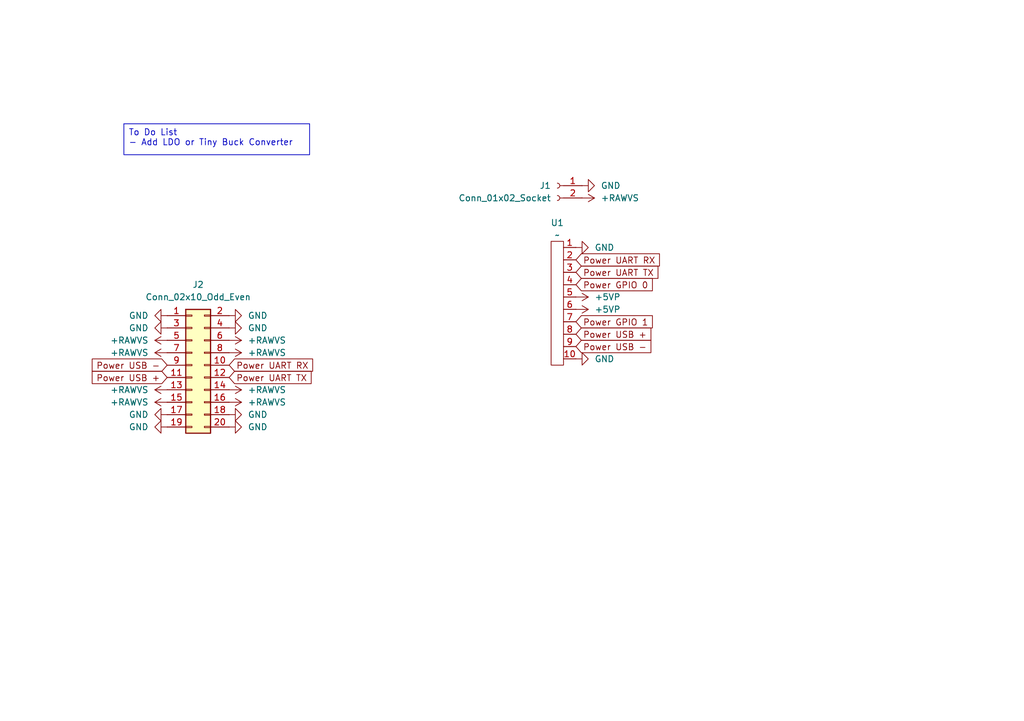
<source format=kicad_sch>
(kicad_sch (version 20250114) (generator "eeschema") (generator_version "9.0")
  (paper "A5")
  (lib_symbols
    (symbol "Connector:Conn_01x02_Socket" (pin_names (offset 1.016) (hide yes))
      (property "Reference" "J" (at 0 2.54 0))
      (property "Value" "Conn_01x02_Socket" (at 0 -5.08 0))
      (symbol "Conn_01x02_Socket_1_1"
        (polyline (pts (xy -1.27 0) (xy -0.508 0)) (stroke (width 0.1524)))
        (polyline (pts (xy -1.27 -2.54) (xy -0.508 -2.54)) (stroke (width 0.1524)))
        (arc (start 0 -0.508) (mid -0.5058 0) (end 0 0.508) (stroke (width 0.1524)))
        (arc (start 0 -3.048) (mid -0.5058 -2.54) (end 0 -2.032) (stroke (width 0.1524)))
        (pin passive line (at -5.08 0 0) (length 3.81) (name "Pin_1") (number "1"))
        (pin passive line (at -5.08 -2.54 0) (length 3.81) (name "Pin_2") (number "2"))
      )
    )
    (symbol "Connector_Generic:Conn_02x10_Odd_Even" (pin_names (offset 1.016) (hide yes))
      (property "Reference" "J" (at 1.27 12.7 0))
      (property "Value" "Conn_02x10_Odd_Even" (at 1.27 -15.24 0))
      (symbol "Conn_02x10_Odd_Even_1_1"
        (rectangle (start -1.27 11.43) (end 3.81 -13.97) (stroke (width 0.254)) (fill (type background)))
        (rectangle (start -1.27 10.287) (end 0 10.033) (stroke (width 0.1524)))
        (rectangle (start -1.27 7.747) (end 0 7.493) (stroke (width 0.1524)))
        (rectangle (start -1.27 5.207) (end 0 4.953) (stroke (width 0.1524)))
        (rectangle (start -1.27 2.667) (end 0 2.413) (stroke (width 0.1524)))
        (rectangle (start -1.27 0.127) (end 0 -0.127) (stroke (width 0.1524)))
        (rectangle (start -1.27 -2.413) (end 0 -2.667) (stroke (width 0.1524)))
        (rectangle (start -1.27 -4.953) (end 0 -5.207) (stroke (width 0.1524)))
        (rectangle (start -1.27 -7.493) (end 0 -7.747) (stroke (width 0.1524)))
        (rectangle (start -1.27 -10.033) (end 0 -10.287) (stroke (width 0.1524)))
        (rectangle (start -1.27 -12.573) (end 0 -12.827) (stroke (width 0.1524)))
        (rectangle (start 3.81 10.287) (end 2.54 10.033) (stroke (width 0.1524)))
        (rectangle (start 3.81 7.747) (end 2.54 7.493) (stroke (width 0.1524)))
        (rectangle (start 3.81 5.207) (end 2.54 4.953) (stroke (width 0.1524)))
        (rectangle (start 3.81 2.667) (end 2.54 2.413) (stroke (width 0.1524)))
        (rectangle (start 3.81 0.127) (end 2.54 -0.127) (stroke (width 0.1524)))
        (rectangle (start 3.81 -2.413) (end 2.54 -2.667) (stroke (width 0.1524)))
        (rectangle (start 3.81 -4.953) (end 2.54 -5.207) (stroke (width 0.1524)))
        (rectangle (start 3.81 -7.493) (end 2.54 -7.747) (stroke (width 0.1524)))
        (rectangle (start 3.81 -10.033) (end 2.54 -10.287) (stroke (width 0.1524)))
        (rectangle (start 3.81 -12.573) (end 2.54 -12.827) (stroke (width 0.1524)))
        (pin passive line (at -5.08 10.16 0) (length 3.81) (name "Pin_1") (number "1"))
        (pin passive line (at -5.08 7.62 0) (length 3.81) (name "Pin_3") (number "3"))
        (pin passive line (at -5.08 5.08 0) (length 3.81) (name "Pin_5") (number "5"))
        (pin passive line (at -5.08 2.54 0) (length 3.81) (name "Pin_7") (number "7"))
        (pin passive line (at -5.08 0 0) (length 3.81) (name "Pin_9") (number "9"))
        (pin passive line (at -5.08 -2.54 0) (length 3.81) (name "Pin_11") (number "11"))
        (pin passive line (at -5.08 -5.08 0) (length 3.81) (name "Pin_13") (number "13"))
        (pin passive line (at -5.08 -7.62 0) (length 3.81) (name "Pin_15") (number "15"))
        (pin passive line (at -5.08 -10.16 0) (length 3.81) (name "Pin_17") (number "17"))
        (pin passive line (at -5.08 -12.7 0) (length 3.81) (name "Pin_19") (number "19"))
        (pin passive line (at 7.62 10.16 180) (length 3.81) (name "Pin_2") (number "2"))
        (pin passive line (at 7.62 7.62 180) (length 3.81) (name "Pin_4") (number "4"))
        (pin passive line (at 7.62 5.08 180) (length 3.81) (name "Pin_6") (number "6"))
        (pin passive line (at 7.62 2.54 180) (length 3.81) (name "Pin_8") (number "8"))
        (pin passive line (at 7.62 0 180) (length 3.81) (name "Pin_10") (number "10"))
        (pin passive line (at 7.62 -2.54 180) (length 3.81) (name "Pin_12") (number "12"))
        (pin passive line (at 7.62 -5.08 180) (length 3.81) (name "Pin_14") (number "14"))
        (pin passive line (at 7.62 -7.62 180) (length 3.81) (name "Pin_16") (number "16"))
        (pin passive line (at 7.62 -10.16 180) (length 3.81) (name "Pin_18") (number "18"))
        (pin passive line (at 7.62 -12.7 180) (length 3.81) (name "Pin_20") (number "20"))
      )
    )
    (symbol "FFC:10P_FFC_0.5mm"
      (property "Reference" "U" (at 0 13.97 0))
      (symbol "10P_FFC_0.5mm_0_1"
        (rectangle (start -1.27 12.7) (end 1.27 -12.7))
      )
      (symbol "10P_FFC_0.5mm_1_1"
        (pin input line (at 3.81 11.43 180) (length 2.54) (name "") (number "1"))
        (pin input line (at 3.81 8.89 180) (length 2.54) (name "") (number "2"))
        (pin input line (at 3.81 6.35 180) (length 2.54) (name "") (number "3"))
        (pin input line (at 3.81 3.81 180) (length 2.54) (name "") (number "4"))
        (pin input line (at 3.81 1.27 180) (length 2.54) (name "") (number "5"))
        (pin input line (at 3.81 -1.27 180) (length 2.54) (name "") (number "6"))
        (pin input line (at 3.81 -3.81 180) (length 2.54) (name "") (number "7"))
        (pin input line (at 3.81 -6.35 180) (length 2.54) (name "") (number "8"))
        (pin input line (at 3.81 -8.89 180) (length 2.54) (name "") (number "9"))
        (pin input line (at 3.81 -11.43 180) (length 2.54) (name "") (number "10"))
      )
    )
    (symbol "power:+5VP" (power) (pin_numbers (hide yes)) (pin_names (offset 0) (hide yes))
      (property "Value" "+5VP" (at 0 3.556 0))
      (symbol "+5VP_0_1"
        (polyline (pts (xy -0.762 1.27) (xy 0 2.54)))
        (polyline (pts (xy 0 2.54) (xy 0.762 1.27)))
        (polyline (pts (xy 0 0) (xy 0 2.54)))
      )
      (symbol "+5VP_1_1"
        (pin power_in line (at 0 0 90) (length 0) (name "~") (number "1"))
      )
    )
    (symbol "power:GND" (power) (pin_numbers (hide yes)) (pin_names (offset 0) (hide yes))
      (property "Value" "GND" (at 0 -3.81 0))
      (symbol "GND_0_1"
        (polyline (pts (xy 0 0) (xy 0 -1.27) (xy 1.27 -1.27) (xy 0 -2.54) (xy -1.27 -1.27) (xy 0 -1.27)))
      )
      (symbol "GND_1_1"
        (pin power_in line (at 0 0 270) (length 0) (name "~") (number "1"))
      )
    )
  )
  (text_box "To Do List\n- Add LDO or Tiny Buck Converter" (at 25.4 25.4 0) (size 38.1 6.35) (margins 0.9525 0.9525 0.9525 0.9525) (effects (font (size 1.27 1.27)) (justify left top)))
  (global_label "Power UART TX" (shape input) (at 118.11 55.88 0) (property "Intersheetrefs" "${INTERSHEET_REFS}" (effects (hide yes))))
  (global_label "Power UART RX" (shape input) (at 118.11 53.34 0) (property "Intersheetrefs" "${INTERSHEET_REFS}" (effects (hide yes))))
  (global_label "Power USB -" (shape input) (at 118.11 71.12 0) (property "Intersheetrefs" "${INTERSHEET_REFS}" (effects (hide yes))))
  (global_label "Power USB +" (shape input) (at 118.11 68.58 0) (property "Intersheetrefs" "${INTERSHEET_REFS}" (effects (hide yes))))
  (global_label "Power GPIO 1" (shape input) (at 118.11 66.04 0) (property "Intersheetrefs" "${INTERSHEET_REFS}" (effects (hide yes))))
  (global_label "Power UART RX" (shape input) (at 46.99 74.93 0) (property "Intersheetrefs" "${INTERSHEET_REFS}" (effects (hide yes))))
  (global_label "Power GPIO 0" (shape input) (at 118.11 58.42 0) (property "Intersheetrefs" "${INTERSHEET_REFS}" (effects (hide yes))))
  (global_label "Power USB -" (shape input) (at 34.29 74.93 180) (property "Intersheetrefs" "${INTERSHEET_REFS}" (effects (hide yes))))
  (global_label "Power USB +" (shape input) (at 34.29 77.47 180) (property "Intersheetrefs" "${INTERSHEET_REFS}" (effects (hide yes))))
  (global_label "Power UART TX" (shape input) (at 46.99 77.47 0) (property "Intersheetrefs" "${INTERSHEET_REFS}" (effects (hide yes))))
  (symbol (lib_id "power:GND") (at 34.29 87.63 270) (unit 1)
    (property "Reference" "#PWR07" (effects (hide yes)))
    (property "Value" "GND" (at 30.48 87.6301 90) (effects (justify right)))
    (property "Description" "Power symbol creates a global label with name \"GND\" , ground" (effects (hide yes)))
  )
  (symbol (lib_id "power:GND") (at 34.29 67.31 270) (unit 1)
    (property "Reference" "#PWR09" (effects (hide yes)))
    (property "Value" "GND" (at 30.48 67.3101 90) (effects (justify right)))
    (property "Description" "Power symbol creates a global label with name \"GND\" , ground" (effects (hide yes)))
  )
  (symbol (lib_id "power:+5VP") (at 46.99 69.85 270) (unit 1)
    (property "Reference" "#PWR011" (effects (hide yes)))
    (property "Value" "+RAWVS" (at 50.8 69.8499 90) (effects (justify left)))
    (property "Description" "Power symbol creates a global label with name \"+5VP\"" (effects (hide yes)))
  )
  (symbol (lib_id "power:GND") (at 118.11 73.66 90) (unit 1)
    (property "Reference" "#PWR017" (effects (hide yes)))
    (property "Value" "GND" (at 121.92 73.6599 90) (effects (justify right)))
    (property "Description" "Power symbol creates a global label with name \"GND\" , ground" (effects (hide yes)))
  )
  (symbol (lib_id "power:+5VP") (at 118.11 63.5 270) (unit 1)
    (property "Reference" "#PWR016" (effects (hide yes)))
    (property "Value" "+5VP" (at 121.92 63.4999 90) (effects (justify left)))
    (property "Description" "Power symbol creates a global label with name \"+5VP\"" (effects (hide yes)))
  )
  (symbol (lib_id "power:+5VP") (at 46.99 72.39 270) (unit 1)
    (property "Reference" "#PWR012" (effects (hide yes)))
    (property "Value" "+RAWVS" (at 50.8 72.3899 90) (effects (justify left)))
    (property "Description" "Power symbol creates a global label with name \"+5VP\"" (effects (hide yes)))
  )
  (symbol (lib_id "power:+5VP") (at 46.99 80.01 270) (unit 1)
    (property "Reference" "#PWR019" (effects (hide yes)))
    (property "Value" "+RAWVS" (at 50.8 80.0099 90) (effects (justify left)))
    (property "Description" "Power symbol creates a global label with name \"+5VP\"" (effects (hide yes)))
  )
  (symbol (lib_id "FFC:10P_FFC_0.5mm") (at 114.3 62.23 0) (unit 1)
    (property "Reference" "U1" (at 114.3 45.72 0))
    (property "Value" "~" (at 114.3 48.26 0))
  )
  (symbol (lib_id "power:+5VP") (at 34.29 72.39 90) (unit 1)
    (property "Reference" "#PWR013" (effects (hide yes)))
    (property "Value" "+RAWVS" (at 30.48 72.3901 90) (effects (justify left)))
    (property "Description" "Power symbol creates a global label with name \"+5VP\"" (effects (hide yes)))
  )
  (symbol (lib_id "power:+5VP") (at 46.99 82.55 270) (unit 1)
    (property "Reference" "#PWR020" (effects (hide yes)))
    (property "Value" "+RAWVS" (at 50.8 82.5499 90) (effects (justify left)))
    (property "Description" "Power symbol creates a global label with name \"+5VP\"" (effects (hide yes)))
  )
  (symbol (lib_id "power:GND") (at 46.99 64.77 90) (unit 1)
    (property "Reference" "#PWR02" (effects (hide yes)))
    (property "Value" "GND" (at 50.8 64.7699 90) (effects (justify right)))
    (property "Description" "Power symbol creates a global label with name \"GND\" , ground" (effects (hide yes)))
  )
  (symbol (lib_id "power:GND") (at 119.38 38.1 90) (unit 1)
    (property "Reference" "#PWR01" (effects (hide yes)))
    (property "Value" "GND" (at 123.19 38.0999 90) (effects (justify right)))
    (property "Description" "Power symbol creates a global label with name \"GND\" , ground" (effects (hide yes)))
  )
  (symbol (lib_id "power:GND") (at 34.29 85.09 270) (unit 1)
    (property "Reference" "#PWR08" (effects (hide yes)))
    (property "Value" "GND" (at 30.48 85.0901 90) (effects (justify right)))
    (property "Description" "Power symbol creates a global label with name \"GND\" , ground" (effects (hide yes)))
  )
  (symbol (lib_id "Connector:Conn_01x02_Socket") (at 114.3 38.1 0) (mirror y) (unit 1)
    (property "Reference" "J1" (at 113.03 38.0999 0) (effects (justify left)))
    (property "Value" "Conn_01x02_Socket" (at 113.03 40.6399 0) (effects (justify left)))
    (property "Footprint" "Connector_AMASS:AMASS_XT30PW-M_1x02_P2.50mm_Horizontal" (effects (hide yes)))
    (property "Description" "Generic connector, single row, 01x02, script generated" (effects (hide yes)))
  )
  (symbol (lib_id "power:+5VP") (at 119.38 40.64 270) (unit 1)
    (property "Reference" "#PWR03" (effects (hide yes)))
    (property "Value" "+RAWVS" (at 123.19 40.6399 90) (effects (justify left)))
    (property "Description" "Power symbol creates a global label with name \"+5VP\"" (effects (hide yes)))
  )
  (symbol (lib_id "power:GND") (at 46.99 87.63 90) (unit 1)
    (property "Reference" "#PWR06" (effects (hide yes)))
    (property "Value" "GND" (at 50.8 87.6299 90) (effects (justify right)))
    (property "Description" "Power symbol creates a global label with name \"GND\" , ground" (effects (hide yes)))
  )
  (symbol (lib_id "power:GND") (at 46.99 85.09 90) (unit 1)
    (property "Reference" "#PWR05" (effects (hide yes)))
    (property "Value" "GND" (at 50.8 85.0899 90) (effects (justify right)))
    (property "Description" "Power symbol creates a global label with name \"GND\" , ground" (effects (hide yes)))
  )
  (symbol (lib_id "power:GND") (at 34.29 64.77 270) (unit 1)
    (property "Reference" "#PWR010" (effects (hide yes)))
    (property "Value" "GND" (at 30.48 64.7701 90) (effects (justify right)))
    (property "Description" "Power symbol creates a global label with name \"GND\" , ground" (effects (hide yes)))
  )
  (symbol (lib_id "power:GND") (at 46.99 67.31 90) (unit 1)
    (property "Reference" "#PWR04" (effects (hide yes)))
    (property "Value" "GND" (at 50.8 67.3099 90) (effects (justify right)))
    (property "Description" "Power symbol creates a global label with name \"GND\" , ground" (effects (hide yes)))
  )
  (symbol (lib_id "power:GND") (at 118.11 50.8 90) (unit 1)
    (property "Reference" "#PWR014" (effects (hide yes)))
    (property "Value" "GND" (at 121.92 50.7999 90) (effects (justify right)))
    (property "Description" "Power symbol creates a global label with name \"GND\" , ground" (effects (hide yes)))
  )
  (symbol (lib_id "Connector_Generic:Conn_02x10_Odd_Even") (at 39.37 74.93 0) (unit 1)
    (property "Reference" "J2" (at 40.64 58.42 0))
    (property "Value" "Conn_02x10_Odd_Even" (at 40.64 60.96 0))
    (property "Footprint" "Connector_PinHeader_1.00mm:PinHeader_2x10_P1.00mm_Vertical" (effects (hide yes)))
    (property "Description" "Generic connector, double row, 02x10, odd/even pin numbering scheme (row 1 odd numbers, row 2 even numbers), script generated (kicad-library-utils/schlib/autogen/connector/)" (effects (hide yes)))
  )
  (symbol (lib_id "power:+5VP") (at 34.29 69.85 90) (unit 1)
    (property "Reference" "#PWR018" (effects (hide yes)))
    (property "Value" "+RAWVS" (at 30.48 69.8501 90) (effects (justify left)))
    (property "Description" "Power symbol creates a global label with name \"+5VP\"" (effects (hide yes)))
  )
  (symbol (lib_id "power:+5VP") (at 34.29 80.01 90) (unit 1)
    (property "Reference" "#PWR022" (effects (hide yes)))
    (property "Value" "+RAWVS" (at 30.48 80.0101 90) (effects (justify left)))
    (property "Description" "Power symbol creates a global label with name \"+5VP\"" (effects (hide yes)))
  )
  (symbol (lib_id "power:+5VP") (at 34.29 82.55 90) (unit 1)
    (property "Reference" "#PWR021" (effects (hide yes)))
    (property "Value" "+RAWVS" (at 30.48 82.5501 90) (effects (justify left)))
    (property "Description" "Power symbol creates a global label with name \"+5VP\"" (effects (hide yes)))
  )
  (symbol (lib_id "power:+5VP") (at 118.11 60.96 270) (unit 1)
    (property "Reference" "#PWR015" (effects (hide yes)))
    (property "Value" "+5VP" (at 121.92 60.9599 90) (effects (justify left)))
    (property "Description" "Power symbol creates a global label with name \"+5VP\"" (effects (hide yes)))
  )
)
</source>
